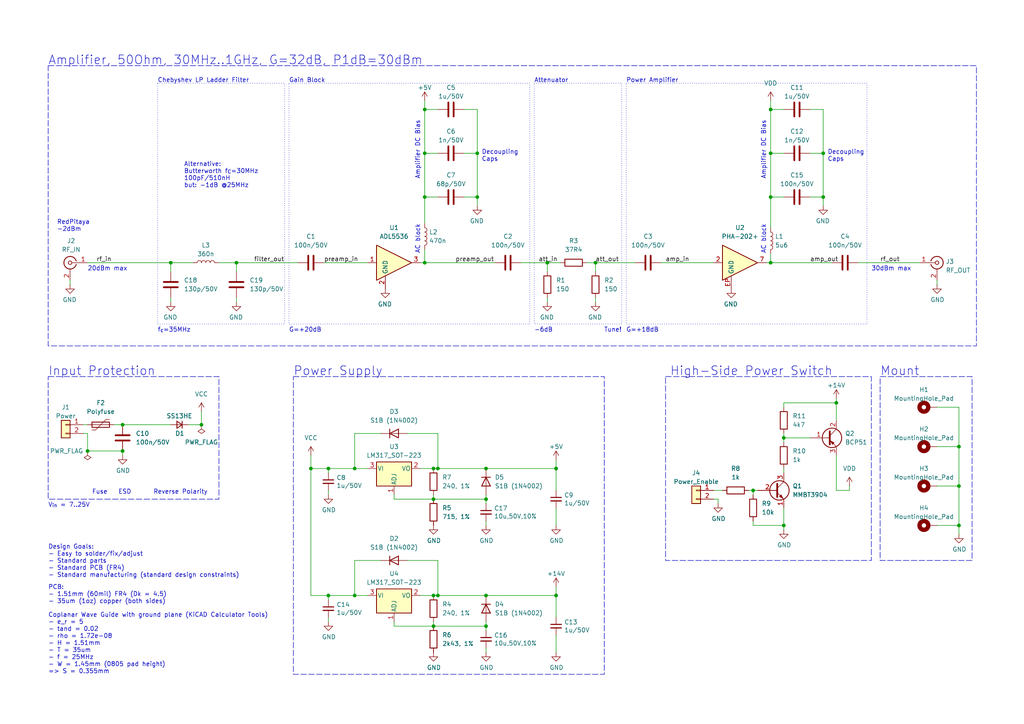
<source format=kicad_sch>
(kicad_sch (version 20230121) (generator eeschema)
  (paper "A4")
  (title_block (title "RF Power Amplifier") (date "2023-06-23") (rev "1") (company "ETH Zürich") (comment 1 "Maximilian Stabel"))
  (lib_symbols
    (symbol "Connector:Conn_Coaxial" (pin_names (offset 1.016) hide)
      (property "Reference" "J" (at 0.254 3.048 0))
      (property "Value" "Conn_Coaxial" (at 2.921 0 90))
      (symbol "Conn_Coaxial_0_1"
        (arc (start -1.778 -0.508) (mid 0.2311 -1.8066) (end 1.778 0) (stroke (width 0.254)))
        (polyline (pts (xy -2.54 0) (xy -0.508 0)))
        (polyline (pts (xy 0 -2.54) (xy 0 -1.778)))
        (circle (center 0 0) (radius 0.508) (stroke (width 0.2032)))
        (arc (start 1.778 0) (mid 0.2099 1.8101) (end -1.778 0.508) (stroke (width 0.254)))
      )
      (symbol "Conn_Coaxial_1_1"
        (pin passive line (at -5.08 0 0) (length 2.54) (name "In") (number "1"))
        (pin passive line (at 0 -5.08 90) (length 2.54) (name "Ext") (number "2"))
      )
    )
    (symbol "Connector_Generic:Conn_01x02" (pin_names (offset 1.016) hide)
      (property "Reference" "J" (at 0 2.54 0))
      (property "Value" "Conn_01x02" (at 0 -5.08 0))
      (symbol "Conn_01x02_1_1"
        (rectangle (start -1.27 -2.413) (end 0 -2.667) (stroke (width 0.1524)))
        (rectangle (start -1.27 0.127) (end 0 -0.127) (stroke (width 0.1524)))
        (rectangle (start -1.27 1.27) (end 1.27 -3.81) (stroke (width 0.254)) (fill (type background)))
        (pin passive line (at -5.08 0 0) (length 3.81) (name "Pin_1") (number "1"))
        (pin passive line (at -5.08 -2.54 0) (length 3.81) (name "Pin_2") (number "2"))
      )
    )
    (symbol "Device:C" (pin_numbers hide) (pin_names (offset 0.254))
      (property "Reference" "C" (at 0.635 2.54 0))
      (property "Value" "C" (at 0.635 -2.54 0))
      (symbol "C_0_1"
        (polyline (pts (xy -2.032 -0.762) (xy 2.032 -0.762)) (stroke (width 0.508)))
        (polyline (pts (xy -2.032 0.762) (xy 2.032 0.762)) (stroke (width 0.508)))
      )
      (symbol "C_1_1"
        (pin passive line (at 0 3.81 270) (length 2.794) (name "~") (number "1"))
        (pin passive line (at 0 -3.81 90) (length 2.794) (name "~") (number "2"))
      )
    )
    (symbol "Device:C_Small" (pin_numbers hide) (pin_names (offset 0.254) hide)
      (property "Reference" "C" (at 0.254 1.778 0))
      (property "Value" "C_Small" (at 0.254 -2.032 0))
      (symbol "C_Small_0_1"
        (polyline (pts (xy -1.524 -0.508) (xy 1.524 -0.508)) (stroke (width 0.3302)))
        (polyline (pts (xy -1.524 0.508) (xy 1.524 0.508)) (stroke (width 0.3048)))
      )
      (symbol "C_Small_1_1"
        (pin passive line (at 0 2.54 270) (length 2.032) (name "~") (number "1"))
        (pin passive line (at 0 -2.54 90) (length 2.032) (name "~") (number "2"))
      )
    )
    (symbol "Device:D_Small" (pin_numbers hide) (pin_names (offset 0.254) hide)
      (property "Reference" "D" (at -1.27 2.032 0))
      (property "Value" "D_Small" (at -3.81 -2.032 0))
      (symbol "D_Small_0_1"
        (polyline (pts (xy -0.762 -1.016) (xy -0.762 1.016)) (stroke (width 0.254)))
        (polyline (pts (xy -0.762 0) (xy 0.762 0)))
        (polyline (pts (xy 0.762 -1.016) (xy -0.762 0) (xy 0.762 1.016) (xy 0.762 -1.016)) (stroke (width 0.254)))
      )
      (symbol "D_Small_1_1"
        (pin passive line (at -2.54 0 0) (length 1.778) (name "K") (number "1"))
        (pin passive line (at 2.54 0 180) (length 1.778) (name "A") (number "2"))
      )
    )
    (symbol "Device:L" (pin_numbers hide) (pin_names (offset 1.016) hide)
      (property "Reference" "L" (at -1.27 0 90))
      (property "Value" "L" (at 1.905 0 90))
      (symbol "L_0_1"
        (arc (start 0 -2.54) (mid 0.6323 -1.905) (end 0 -1.27))
        (arc (start 0 -1.27) (mid 0.6323 -0.635) (end 0 0))
        (arc (start 0 0) (mid 0.6323 0.635) (end 0 1.27))
        (arc (start 0 1.27) (mid 0.6323 1.905) (end 0 2.54))
      )
      (symbol "L_1_1"
        (pin passive line (at 0 3.81 270) (length 1.27) (name "1") (number "1"))
        (pin passive line (at 0 -3.81 90) (length 1.27) (name "2") (number "2"))
      )
    )
    (symbol "Device:Polyfuse" (pin_numbers hide) (pin_names (offset 0))
      (property "Reference" "F" (at -2.54 0 90))
      (property "Value" "Polyfuse" (at 2.54 0 90))
      (symbol "Polyfuse_0_1"
        (rectangle (start -0.762 2.54) (end 0.762 -2.54) (stroke (width 0.254)))
        (polyline (pts (xy 0 2.54) (xy 0 -2.54)))
        (polyline (pts (xy -1.524 2.54) (xy -1.524 1.524) (xy 1.524 -1.524) (xy 1.524 -2.54)))
      )
      (symbol "Polyfuse_1_1"
        (pin passive line (at 0 3.81 270) (length 1.27) (name "~") (number "1"))
        (pin passive line (at 0 -3.81 90) (length 1.27) (name "~") (number "2"))
      )
    )
    (symbol "Device:R" (pin_numbers hide) (pin_names (offset 0))
      (property "Reference" "R" (at 2.032 0 90))
      (property "Value" "R" (at 0 0 90))
      (symbol "R_0_1"
        (rectangle (start -1.016 -2.54) (end 1.016 2.54) (stroke (width 0.254)))
      )
      (symbol "R_1_1"
        (pin passive line (at 0 3.81 270) (length 1.27) (name "~") (number "1"))
        (pin passive line (at 0 -3.81 90) (length 1.27) (name "~") (number "2"))
      )
    )
    (symbol "Diode:US1B" (pin_numbers hide) (pin_names hide)
      (property "Reference" "D" (at 0 2.54 0))
      (property "Value" "US1B" (at 0 -2.54 0))
      (symbol "US1B_0_1"
        (polyline (pts (xy -1.27 1.27) (xy -1.27 -1.27)) (stroke (width 0.254)))
        (polyline (pts (xy 1.27 0) (xy -1.27 0)))
        (polyline (pts (xy 1.27 1.27) (xy 1.27 -1.27) (xy -1.27 0) (xy 1.27 1.27)) (stroke (width 0.254)))
      )
      (symbol "US1B_1_1"
        (pin passive line (at -3.81 0 0) (length 2.54) (name "K") (number "1"))
        (pin passive line (at 3.81 0 180) (length 2.54) (name "A") (number "2"))
      )
    )
    (symbol "Mechanical:MountingHole_Pad" (pin_numbers hide) (pin_names (offset 1.016) hide)
      (property "Reference" "H" (at 0 6.35 0))
      (property "Value" "MountingHole_Pad" (at 0 4.445 0))
      (symbol "MountingHole_Pad_0_1"
        (circle (center 0 1.27) (radius 1.27) (stroke (width 1.27)))
      )
      (symbol "MountingHole_Pad_1_1"
        (pin input line (at 0 -2.54 90) (length 2.54) (name "1") (number "1"))
      )
    )
    (symbol "Regulator_Linear:LM317_SOT-223" (pin_names (offset 0.254))
      (property "Reference" "U" (at -3.81 3.175 0))
      (property "Value" "LM317_SOT-223" (at 0 3.175 0))
      (symbol "LM317_SOT-223_0_1"
        (rectangle (start -5.08 1.905) (end 5.08 -5.08) (stroke (width 0.254)) (fill (type background)))
      )
      (symbol "LM317_SOT-223_1_1"
        (pin input line (at 0 -7.62 90) (length 2.54) (name "ADJ") (number "1"))
        (pin power_out line (at 7.62 0 180) (length 2.54) (name "VO") (number "2"))
        (pin power_in line (at -7.62 0 0) (length 2.54) (name "VI") (number "3"))
      )
    )
    (symbol "Transistor_BJT:2N3904" (pin_names (offset 0) hide)
      (property "Reference" "Q" (at 5.08 1.905 0))
      (property "Value" "2N3904" (at 5.08 0 0))
      (symbol "2N3904_0_1"
        (polyline (pts (xy 0.635 0.635) (xy 2.54 2.54)))
        (polyline (pts (xy 0.635 -0.635) (xy 2.54 -2.54) (xy 2.54 -2.54)))
        (polyline (pts (xy 0.635 1.905) (xy 0.635 -1.905) (xy 0.635 -1.905)) (stroke (width 0.508)))
        (polyline (pts (xy 1.27 -1.778) (xy 1.778 -1.27) (xy 2.286 -2.286) (xy 1.27 -1.778) (xy 1.27 -1.778)) (fill (type outline)))
        (circle (center 1.27 0) (radius 2.8194) (stroke (width 0.254)))
      )
      (symbol "2N3904_1_1"
        (pin passive line (at 2.54 -5.08 90) (length 2.54) (name "E") (number "1"))
        (pin passive line (at -5.08 0 0) (length 5.715) (name "B") (number "2"))
        (pin passive line (at 2.54 5.08 270) (length 2.54) (name "C") (number "3"))
      )
    )
    (symbol "Transistor_BJT:BCP51" (pin_names (offset 0) hide)
      (property "Reference" "Q" (at 5.08 1.905 0))
      (property "Value" "BCP51" (at 5.08 0 0))
      (symbol "BCP51_0_1"
        (polyline (pts (xy 0 0) (xy 0.635 0)))
        (polyline (pts (xy 2.54 -2.54) (xy 0.635 -0.635)))
        (polyline (pts (xy 2.54 2.54) (xy 0.635 0.635)))
        (polyline (pts (xy 0.635 1.905) (xy 0.635 -1.905) (xy 0.635 -1.905)) (stroke (width 0.508)) (fill (type outline)))
        (polyline (pts (xy 1.397 -1.905) (xy 1.905 -1.397) (xy 0.889 -0.889) (xy 1.397 -1.905) (xy 1.397 -1.905)) (fill (type outline)))
        (circle (center 1.27 0) (radius 2.8194) (stroke (width 0.254)))
      )
      (symbol "BCP51_1_1"
        (pin input line (at -5.08 0 0) (length 5.08) (name "B") (number "1"))
        (pin passive line (at 2.54 5.08 270) (length 2.54) (name "C") (number "2"))
        (pin passive line (at 2.54 -5.08 90) (length 2.54) (name "E") (number "3"))
      )
    )
    (symbol "VCC_1" (power) (pin_names (offset 0))
      (property "Value" "VCC_1" (at 0 3.81 0))
      (symbol "VCC_1_0_1"
        (polyline (pts (xy -0.762 1.27) (xy 0 2.54)))
        (polyline (pts (xy 0 0) (xy 0 2.54)))
        (polyline (pts (xy 0 2.54) (xy 0.762 1.27)))
      )
      (symbol "VCC_1_1_1"
        (pin power_in line (at 0 0 90) (length 0) hide (name "VCC") (number "1"))
      )
    )
    (symbol "power:+5V" (power) (pin_names (offset 0))
      (property "Value" "+5V" (at 0 3.556 0))
      (symbol "+5V_0_1"
        (polyline (pts (xy -0.762 1.27) (xy 0 2.54)))
        (polyline (pts (xy 0 0) (xy 0 2.54)))
        (polyline (pts (xy 0 2.54) (xy 0.762 1.27)))
      )
      (symbol "+5V_1_1"
        (pin power_in line (at 0 0 90) (length 0) hide (name "+5V") (number "1"))
      )
    )
    (symbol "power:GND" (power) (pin_names (offset 0))
      (property "Value" "GND" (at 0 -3.81 0))
      (symbol "GND_0_1"
        (polyline (pts (xy 0 0) (xy 0 -1.27) (xy 1.27 -1.27) (xy 0 -2.54) (xy -1.27 -1.27) (xy 0 -1.27)))
      )
      (symbol "GND_1_1"
        (pin power_in line (at 0 0 270) (length 0) hide (name "GND") (number "1"))
      )
    )
    (symbol "power:PWR_FLAG" (power) (pin_numbers hide) (pin_names (offset 0) hide)
      (property "Value" "PWR_FLAG" (at 0 3.81 0))
      (symbol "PWR_FLAG_0_0"
        (pin power_out line (at 0 0 90) (length 0) (name "pwr") (number "1"))
      )
      (symbol "PWR_FLAG_0_1"
        (polyline (pts (xy 0 0) (xy 0 1.27) (xy -1.016 1.905) (xy 0 2.54) (xy 1.016 1.905) (xy 0 1.27)))
      )
    )
    (symbol "power:VDD" (power) (pin_names (offset 0))
      (property "Value" "VDD" (at 0 3.81 0))
      (symbol "VDD_0_1"
        (polyline (pts (xy -0.762 1.27) (xy 0 2.54)))
        (polyline (pts (xy 0 0) (xy 0 2.54)))
        (polyline (pts (xy 0 2.54) (xy 0.762 1.27)))
      )
      (symbol "VDD_1_1"
        (pin power_in line (at 0 0 90) (length 0) hide (name "VDD") (number "1"))
      )
    )
    (symbol "poweramp:+14V" (power) (pin_names (offset 0))
      (property "Value" "+14V" (at 0 3.556 0))
      (symbol "+14V_0_1"
        (polyline (pts (xy -0.762 1.27) (xy 0 2.54)))
        (polyline (pts (xy 0 0) (xy 0 2.54)))
        (polyline (pts (xy 0 2.54) (xy 0.762 1.27)))
      )
      (symbol "+14V_1_1"
        (pin power_in line (at 0 0 90) (length 0) hide (name "+14V") (number "1"))
      )
    )
    (symbol "poweramp:ADL5536"
      (property "Reference" "U" (at -1.27 7.62 0))
      (property "Value" "ADL5536" (at 2.54 5.08 0))
      (symbol "ADL5536_0_1"
        (polyline (pts (xy 5.08 0) (xy -5.08 5.08) (xy -5.08 -5.08) (xy 5.08 0)) (stroke (width 0.254)) (fill (type background)))
      )
      (symbol "ADL5536_1_1"
        (pin input line (at -7.62 0 0) (length 2.54) (name "~") (number "1"))
        (pin power_in line (at -2.54 -7.62 90) (length 3.81) (name "GND") (number "2"))
        (pin output line (at 7.62 0 180) (length 2.54) (name "~") (number "3"))
      )
    )
    (symbol "poweramp:PHA-202"
      (property "Reference" "U" (at -1.27 7.62 0))
      (property "Value" "PHA-202" (at 2.54 5.08 0))
      (symbol "PHA-202_0_1"
        (polyline (pts (xy 5.08 0) (xy -5.08 5.08) (xy -5.08 -5.08) (xy 5.08 0)) (stroke (width 0.254)) (fill (type background)))
      )
      (symbol "PHA-202_1_1"
        (pin passive line (at -2.54 -7.62 90) (length 2.54) hide (name "EP") (number "1"))
        (pin input line (at -7.62 0 0) (length 2.54) (name "~") (number "2"))
        (pin passive line (at -2.54 -7.62 90) (length 2.54) hide (name "EP") (number "3"))
        (pin passive line (at -2.54 -7.62 90) (length 2.54) hide (name "EP") (number "4"))
        (pin passive line (at -2.54 -7.62 90) (length 2.54) hide (name "EP") (number "5"))
        (pin passive line (at -2.54 -7.62 90) (length 2.54) hide (name "EP") (number "6"))
        (pin output line (at 7.62 0 180) (length 2.54) (name "~") (number "7"))
        (pin passive line (at -2.54 -7.62 90) (length 2.54) hide (name "EP") (number "8"))
        (pin power_in line (at -2.54 -7.62 90) (length 3.81) (name "GND") (number "EP"))
      )
    )
  )
  (junction (at 102.87 172.72))
  (junction (at 140.97 135.89))
  (junction (at 278.13 129.54))
  (junction (at 138.43 57.15))
  (junction (at 158.75 76.2))
  (junction (at 127 135.89))
  (junction (at 223.52 44.45))
  (junction (at 35.56 130.81))
  (junction (at 123.19 31.75))
  (junction (at 49.53 76.2))
  (junction (at 223.52 31.75))
  (junction (at 102.87 135.89))
  (junction (at 25.4 130.81))
  (junction (at 140.97 144.78))
  (junction (at 123.19 44.45))
  (junction (at 125.73 144.78))
  (junction (at 125.73 172.72))
  (junction (at 238.76 44.45))
  (junction (at 125.73 135.89))
  (junction (at 161.29 172.72))
  (junction (at 172.72 76.2))
  (junction (at 138.43 44.45))
  (junction (at 223.52 76.2))
  (junction (at 127 172.72))
  (junction (at 95.25 172.72))
  (junction (at 140.97 172.72))
  (junction (at 161.29 135.89))
  (junction (at 140.97 181.61))
  (junction (at 68.58 76.2))
  (junction (at 227.33 152.4))
  (junction (at 123.19 57.15))
  (junction (at 90.17 135.89))
  (junction (at 223.52 57.15))
  (junction (at 227.33 127))
  (junction (at 95.25 135.89))
  (junction (at 242.57 116.84))
  (junction (at 35.56 123.19))
  (junction (at 238.76 57.15))
  (junction (at 218.44 142.24))
  (junction (at 123.19 76.2))
  (junction (at 278.13 140.97))
  (junction (at 278.13 152.4))
  (junction (at 125.73 181.61))
  (junction (at 58.42 123.19))
  (wire (pts (xy 238.76 31.75) (xy 234.95 31.75)))
  (wire (pts (xy 63.5 76.2) (xy 68.58 76.2)))
  (wire (pts (xy 95.25 173.99) (xy 95.25 172.72)))
  (wire (pts (xy 123.19 72.39) (xy 123.19 76.2)))
  (wire (pts (xy 223.52 44.45) (xy 223.52 57.15)))
  (wire (pts (xy 242.57 115.57) (xy 242.57 116.84)))
  (wire (pts (xy 125.73 172.72) (xy 127 172.72)))
  (wire (pts (xy 140.97 181.61) (xy 140.97 180.34)))
  (wire (pts (xy 158.75 76.2) (xy 158.75 78.74)))
  (wire (pts (xy 161.29 172.72) (xy 161.29 179.07)))
  (wire (pts (xy 49.53 76.2) (xy 49.53 78.74)))
  (wire (pts (xy 161.29 152.4) (xy 161.29 147.32)))
  (wire (pts (xy 278.13 152.4) (xy 278.13 154.94)))
  (wire (pts (xy 172.72 76.2) (xy 184.15 76.2)))
  (wire (pts (xy 218.44 143.51) (xy 218.44 142.24)))
  (wire (pts (xy 127 172.72) (xy 140.97 172.72)))
  (wire (pts (xy 223.52 29.21) (xy 223.52 31.75)))
  (wire (pts (xy 207.01 144.78) (xy 208.28 144.78)))
  (wire (pts (xy 123.19 76.2) (xy 143.51 76.2)))
  (wire (pts (xy 161.29 189.23) (xy 161.29 184.15)))
  (wire (pts (xy 223.52 57.15) (xy 223.52 66.04)))
  (wire (pts (xy 238.76 44.45) (xy 234.95 44.45)))
  (wire (pts (xy 151.13 76.2) (xy 158.75 76.2)))
  (wire (pts (xy 140.97 144.78) (xy 140.97 146.05)))
  (wire (pts (xy 227.33 127) (xy 234.95 127)))
  (wire (pts (xy 227.33 135.89) (xy 227.33 137.16)))
  (wire (pts (xy 125.73 181.61) (xy 140.97 181.61)))
  (wire (pts (xy 223.52 57.15) (xy 227.33 57.15)))
  (wire (pts (xy 114.3 181.61) (xy 125.73 181.61)))
  (wire (pts (xy 208.28 144.78) (xy 208.28 146.05)))
  (wire (pts (xy 121.92 172.72) (xy 125.73 172.72)))
  (wire (pts (xy 238.76 44.45) (xy 238.76 31.75)))
  (wire (pts (xy 95.25 180.34) (xy 95.25 179.07)))
  (wire (pts (xy 25.4 125.73) (xy 24.13 125.73)))
  (wire (pts (xy 223.52 76.2) (xy 223.52 73.66)))
  (wire (pts (xy 218.44 142.24) (xy 219.71 142.24)))
  (wire (pts (xy 110.49 162.56) (xy 102.87 162.56)))
  (wire (pts (xy 134.62 57.15) (xy 138.43 57.15)))
  (wire (pts (xy 102.87 172.72) (xy 106.68 172.72)))
  (wire (pts (xy 24.13 123.19) (xy 25.4 123.19)))
  (wire (pts (xy 227.33 152.4) (xy 227.33 147.32)))
  (wire (pts (xy 102.87 125.73) (xy 102.87 135.89)))
  (wire (pts (xy 218.44 142.24) (xy 217.17 142.24)))
  (wire (pts (xy 140.97 135.89) (xy 161.29 135.89)))
  (wire (pts (xy 114.3 144.78) (xy 114.3 143.51)))
  (wire (pts (xy 68.58 86.36) (xy 68.58 87.63)))
  (wire (pts (xy 127 135.89) (xy 140.97 135.89)))
  (wire (pts (xy 191.77 76.2) (xy 207.01 76.2)))
  (wire (pts (xy 161.29 142.24) (xy 161.29 135.89)))
  (wire (pts (xy 118.11 162.56) (xy 127 162.56)))
  (wire (pts (xy 271.78 152.4) (xy 278.13 152.4)))
  (wire (pts (xy 170.18 76.2) (xy 172.72 76.2)))
  (wire (pts (xy 242.57 142.24) (xy 246.38 142.24)))
  (wire (pts (xy 242.57 116.84) (xy 242.57 121.92)))
  (wire (pts (xy 110.49 125.73) (xy 102.87 125.73)))
  (wire (pts (xy 35.56 132.08) (xy 35.56 130.81)))
  (wire (pts (xy 127 125.73) (xy 127 135.89)))
  (wire (pts (xy 222.25 76.2) (xy 223.52 76.2)))
  (wire (pts (xy 114.3 144.78) (xy 125.73 144.78)))
  (wire (pts (xy 106.68 76.2) (xy 93.98 76.2)))
  (wire (pts (xy 95.25 135.89) (xy 102.87 135.89)))
  (wire (pts (xy 271.78 81.28) (xy 271.78 82.55)))
  (wire (pts (xy 35.56 123.19) (xy 49.53 123.19)))
  (wire (pts (xy 138.43 31.75) (xy 134.62 31.75)))
  (wire (pts (xy 102.87 135.89) (xy 106.68 135.89)))
  (wire (pts (xy 278.13 140.97) (xy 278.13 152.4)))
  (wire (pts (xy 90.17 135.89) (xy 90.17 172.72)))
  (wire (pts (xy 123.19 44.45) (xy 127 44.45)))
  (wire (pts (xy 123.19 31.75) (xy 123.19 44.45)))
  (wire (pts (xy 158.75 86.36) (xy 158.75 87.63)))
  (wire (pts (xy 140.97 187.96) (xy 140.97 189.23)))
  (wire (pts (xy 271.78 140.97) (xy 278.13 140.97)))
  (wire (pts (xy 172.72 76.2) (xy 172.72 78.74)))
  (wire (pts (xy 271.78 118.11) (xy 278.13 118.11)))
  (wire (pts (xy 121.92 135.89) (xy 125.73 135.89)))
  (wire (pts (xy 125.73 181.61) (xy 125.73 180.34)))
  (wire (pts (xy 90.17 132.08) (xy 90.17 135.89)))
  (wire (pts (xy 227.33 125.73) (xy 227.33 127)))
  (wire (pts (xy 127 162.56) (xy 127 172.72)))
  (wire (pts (xy 223.52 31.75) (xy 223.52 44.45)))
  (wire (pts (xy 227.33 118.11) (xy 227.33 116.84)))
  (wire (pts (xy 25.4 125.73) (xy 25.4 130.81)))
  (wire (pts (xy 33.02 123.19) (xy 35.56 123.19)))
  (wire (pts (xy 227.33 116.84) (xy 242.57 116.84)))
  (wire (pts (xy 278.13 118.11) (xy 278.13 129.54)))
  (wire (pts (xy 223.52 76.2) (xy 241.3 76.2)))
  (wire (pts (xy 227.33 153.67) (xy 227.33 152.4)))
  (wire (pts (xy 207.01 142.24) (xy 209.55 142.24)))
  (wire (pts (xy 234.95 57.15) (xy 238.76 57.15)))
  (wire (pts (xy 123.19 57.15) (xy 127 57.15)))
  (wire (pts (xy 218.44 151.13) (xy 218.44 152.4)))
  (wire (pts (xy 158.75 76.2) (xy 162.56 76.2)))
  (wire (pts (xy 123.19 44.45) (xy 123.19 57.15)))
  (wire (pts (xy 140.97 144.78) (xy 140.97 143.51)))
  (wire (pts (xy 125.73 135.89) (xy 127 135.89)))
  (wire (pts (xy 125.73 143.51) (xy 125.73 144.78)))
  (wire (pts (xy 242.57 132.08) (xy 242.57 142.24)))
  (wire (pts (xy 238.76 44.45) (xy 238.76 57.15)))
  (wire (pts (xy 68.58 76.2) (xy 86.36 76.2)))
  (wire (pts (xy 223.52 31.75) (xy 227.33 31.75)))
  (wire (pts (xy 95.25 137.16) (xy 95.25 135.89)))
  (wire (pts (xy 223.52 44.45) (xy 227.33 44.45)))
  (wire (pts (xy 95.25 172.72) (xy 102.87 172.72)))
  (wire (pts (xy 125.73 144.78) (xy 140.97 144.78)))
  (wire (pts (xy 248.92 76.2) (xy 266.7 76.2)))
  (wire (pts (xy 138.43 44.45) (xy 134.62 44.45)))
  (wire (pts (xy 227.33 127) (xy 227.33 128.27)))
  (wire (pts (xy 49.53 86.36) (xy 49.53 87.63)))
  (wire (pts (xy 271.78 129.54) (xy 278.13 129.54)))
  (wire (pts (xy 95.25 143.51) (xy 95.25 142.24)))
  (wire (pts (xy 140.97 172.72) (xy 161.29 172.72)))
  (wire (pts (xy 123.19 57.15) (xy 123.19 64.77)))
  (wire (pts (xy 278.13 129.54) (xy 278.13 140.97)))
  (wire (pts (xy 138.43 57.15) (xy 138.43 59.69)))
  (wire (pts (xy 68.58 76.2) (xy 68.58 78.74)))
  (wire (pts (xy 25.4 76.2) (xy 49.53 76.2)))
  (wire (pts (xy 172.72 86.36) (xy 172.72 87.63)))
  (wire (pts (xy 90.17 172.72) (xy 95.25 172.72)))
  (wire (pts (xy 246.38 140.97) (xy 246.38 142.24)))
  (wire (pts (xy 90.17 135.89) (xy 95.25 135.89)))
  (wire (pts (xy 123.19 31.75) (xy 127 31.75)))
  (wire (pts (xy 218.44 152.4) (xy 227.33 152.4)))
  (wire (pts (xy 138.43 44.45) (xy 138.43 57.15)))
  (wire (pts (xy 138.43 44.45) (xy 138.43 31.75)))
  (wire (pts (xy 140.97 151.13) (xy 140.97 152.4)))
  (wire (pts (xy 118.11 125.73) (xy 127 125.73)))
  (wire (pts (xy 58.42 119.38) (xy 58.42 123.19)))
  (wire (pts (xy 54.61 123.19) (xy 58.42 123.19)))
  (wire (pts (xy 25.4 130.81) (xy 35.56 130.81)))
  (wire (pts (xy 140.97 181.61) (xy 140.97 182.88)))
  (wire (pts (xy 161.29 170.18) (xy 161.29 172.72)))
  (wire (pts (xy 121.92 76.2) (xy 123.19 76.2)))
  (wire (pts (xy 20.32 81.28) (xy 20.32 82.55)))
  (wire (pts (xy 161.29 133.35) (xy 161.29 135.89)))
  (wire (pts (xy 102.87 162.56) (xy 102.87 172.72)))
  (wire (pts (xy 114.3 181.61) (xy 114.3 180.34)))
  (wire (pts (xy 238.76 57.15) (xy 238.76 59.69)))
  (wire (pts (xy 123.19 29.21) (xy 123.19 31.75)))
  (wire (pts (xy 49.53 76.2) (xy 55.88 76.2)))
  (rectangle (start 181.61 24.13) (end 251.46 93.98) (stroke (width 0) (type dot)))
  (rectangle (start 45.72 24.13) (end 82.55 93.98) (stroke (width 0) (type dot)))
  (rectangle (start 13.97 19.05) (end 283.21 100.33) (stroke (width 0) (type dash)))
  (rectangle (start 83.82 24.13) (end 153.67 93.98) (stroke (width 0) (type dot)))
  (rectangle (start 13.97 109.22) (end 63.5 144.78) (stroke (width 0) (type dash)))
  (rectangle (start 154.94 24.13) (end 180.34 93.98) (stroke (width 0) (type dot)))
  (rectangle (start 85.09 109.22) (end 175.26 195.58) (stroke (width 0) (type dash)))
  (rectangle (start 255.27 109.22) (end 281.94 162.56) (stroke (width 0) (type dash)))
  (rectangle (start 193.04 109.22) (end 252.73 162.56) (stroke (width 0) (type dash)))
  (text "Fuse" (at 26.67 143.51 0) (effects (font (size 1.27 1.27)) (justify left bottom)))
  (text "Amplifier DC Bias" (at 222.25 52.07 90) (effects (font (size 1.27 1.27)) (justify left bottom)))
  (text "f_{c}=35MHz " (at 45.72 96.52 0) (effects (font (size 1.27 1.27)) (justify left bottom)))
  (text "Design Goals:\n- Easy to solder/fix/adjust\n- Standard parts\n- Standard PCB (FR4)\n- Standard manufacturing (standard design constraints)" (at 13.97 167.64 0) (effects (font (size 1.27 1.27)) (justify left bottom)))
  (text "AC block" (at 121.92 73.66 90) (effects (font (size 1.27 1.27)) (justify left bottom)))
  (text "G=+18dB" (at 181.61 96.52 0) (effects (font (size 1.27 1.27)) (justify left bottom)))
  (text "Power Amplifier" (at 181.61 24.13 0) (effects (font (size 1.27 1.27)) (justify left bottom)))
  (text "RedPitaya\n-2dBm" (at 16.51 67.31 0) (effects (font (size 1.27 1.27)) (justify left bottom)))
  (text "Gain Block" (at 83.82 24.13 0) (effects (font (size 1.27 1.27)) (justify left bottom)))
  (text "Coplanar Wave Guide with ground plane (KiCAD Calculator Tools)\n- e_r = 5\n- tand = 0.02\n- rho = 1.72e-08\n- H = 1.51mm\n- T = 35um\n- f = 25MHz\n- W = 1.45mm (0805 pad height)\n=> S = 0.355mm" (at 13.97 195.58 0) (effects (font (size 1.27 1.27)) (justify left bottom)))
  (text "Amplifier, 50Ohm, 30MHz..1GHz, G=32dB, P1dB=30dBm" (at 13.97 19.05 0) (effects (font (size 2.54 2.54)) (justify left bottom)))
  (text "Decoupling\nCaps" (at 139.7 46.99 0) (effects (font (size 1.27 1.27)) (justify left bottom)))
  (text "AC block" (at 222.25 73.66 90) (effects (font (size 1.27 1.27)) (justify left bottom)))
  (text "Alternative:\nButterworth f_{C}=30MHz\n100pF/510nH\nbut: -1dB @25MHz" (at 53.34 54.61 0) (effects (font (size 1.27 1.27)) (justify left bottom)))
  (text "-6dB" (at 154.94 96.52 0) (effects (font (size 1.27 1.27)) (justify left bottom)))
  (text "PCB:\n- 1.51mm (60mil) FR4 (Dk = 4.5)\n- 35um (1oz) copper (both sides)" (at 13.97 175.26 0) (effects (font (size 1.27 1.27)) (justify left bottom)))
  (text "Tune!" (at 180.34 96.52 0) (effects (font (size 1.27 1.27)) (justify right bottom)))
  (text "Input Protection" (at 13.97 109.22 0) (effects (font (size 2.54 2.54)) (justify left bottom)))
  (text "Attenuator" (at 154.94 24.13 0) (effects (font (size 1.27 1.27)) (justify left bottom)))
  (text "ESD" (at 34.29 143.51 0) (effects (font (size 1.27 1.27)) (justify left bottom)))
  (text "Reverse Polarity" (at 44.45 143.51 0) (effects (font (size 1.27 1.27)) (justify left bottom)))
  (text "V_{in} = 7..25V" (at 13.97 147.32 0) (effects (font (size 1.27 1.27)) (justify left bottom)))
  (text "Power Supply" (at 85.09 109.22 0) (effects (font (size 2.54 2.54)) (justify left bottom)))
  (text "High-Side Power Switch" (at 194.31 109.22 0) (effects (font (size 2.54 2.54)) (justify left bottom)))
  (text "30dBm max" (at 252.73 78.74 0) (effects (font (size 1.27 1.27)) (justify left bottom)))
  (text "Chebyshev LP Ladder Filter" (at 45.72 24.13 0) (effects (font (size 1.27 1.27)) (justify left bottom)))
  (text "Decoupling\nCaps" (at 240.03 46.99 0) (effects (font (size 1.27 1.27)) (justify left bottom)))
  (text "20dBm max" (at 25.4 78.74 0) (effects (font (size 1.27 1.27)) (justify left bottom)))
  (text "Mount" (at 255.27 109.22 0) (effects (font (size 2.54 2.54)) (justify left bottom)))
  (text "Amplifier DC Bias" (at 121.92 52.07 90) (effects (font (size 1.27 1.27)) (justify left bottom)))
  (text "G=+20dB" (at 83.82 96.52 0) (effects (font (size 1.27 1.27)) (justify left bottom)))
  (label "preamp_out" (at 132.08 76.2 0))
  (label "amp_in" (at 193.04 76.2 0))
  (label "att_out" (at 172.72 76.2 0))
  (label "amp_out" (at 234.95 76.2 0))
  (label "att_in" (at 156.21 76.2 0))
  (label "rf_out" (at 255.27 76.2 0))
  (label "preamp_in" (at 93.98 76.2 0))
  (label "filter_out" (at 73.66 76.2 0))
  (label "rf_in" (at 27.94 76.2 0))
  (symbol (lib_id "Device:R") (at 227.33 132.08 180) (unit 1)
    (property "Reference" "R10" (at 229.87 130.81 0) (effects (justify right)))
    (property "Value" "1k" (at 229.87 133.35 0) (effects (justify right)))
    (property "Footprint" "Resistor_SMD:R_0805_2012Metric" (effects hide))
    (property "Datasheet" "https://www.mouser.ch/datasheet/2/418/7/ENG_CD_1623131_BA-2014278.pdf" (effects hide))
    (property "MPN" "1623131-1" (effects hide))
    (property "Mouser" "279-1623131-1" (effects hide))
  )
  (symbol (lib_id "power:GND") (at 138.43 59.69 0) (mirror y) (unit 1)
    (property "Reference" "#PWR012" (effects hide))
    (property "Value" "GND" (at 138.303 64.0842 0))
  )
  (symbol (lib_id "power:GND") (at 161.29 152.4 0) (unit 1)
    (property "Reference" "#PWR06" (effects hide))
    (property "Value" "GND" (at 161.417 156.7942 0))
  )
  (symbol (lib_id "Diode:US1B") (at 114.3 125.73 0) (unit 1)
    (property "Reference" "D3" (at 114.3 119.38 0))
    (property "Value" "S1B (1N4002)" (at 114.3 121.92 0))
    (property "Footprint" "Diode_SMD:D_SMA" (effects hide))
    (property "Datasheet" "https://eu.mouser.com/datasheet/2/115/DIOD_S_A0007810797_1-2542915.pdf" (effects hide))
    (property "Sim.Device" "D" (effects hide))
    (property "Sim.Pins" "1=K 2=A" (effects hide))
    (property "MPN" "S1B-13-F " (effects hide))
    (property "Mouser" "621-S1B-F " (effects hide))
  )
  (symbol (lib_id "Regulator_Linear:LM317_SOT-223") (at 114.3 135.89 0) (unit 1)
    (property "Reference" "U3" (at 114.3 129.54 0))
    (property "Value" "LM317_SOT-223" (at 114.3 132.08 0))
    (property "Footprint" "Package_TO_SOT_SMD:SOT-223-3_TabPin2" (effects hide))
    (property "Datasheet" "http://www.ti.com/lit/ds/symlink/lm317.pdf" (effects hide))
    (property "MPN" "LM317MQDCYR" (effects hide))
    (property "Mouser" "595-LM317MQDCYR" (effects hide))
  )
  (symbol (lib_id "Connector:Conn_Coaxial") (at 271.78 76.2 0) (unit 1)
    (property "Reference" "J3" (at 274.32 75.8582 0) (effects (justify left)))
    (property "Value" "RF_OUT" (at 274.32 78.3982 0) (effects (justify left)))
    (property "Footprint" "Connector_Coaxial:SMA_Molex_73251-1153_EdgeMount_Horizontal" (effects hide))
    (property "Datasheet" "https://www.farnell.com/datasheets/2048997.pdf" (effects hide))
    (property "MPN" "142-0701-851" (effects hide))
    (property "Mouser" "530-142-0701-851 " (effects hide))
  )
  (symbol (lib_id "power:GND") (at 20.32 82.55 0) (mirror y) (unit 1)
    (property "Reference" "#PWR08" (effects hide))
    (property "Value" "GND" (at 20.193 86.9442 0))
  )
  (symbol (lib_id "power:GND") (at 125.73 189.23 0) (unit 1)
    (property "Reference" "#PWR014" (effects hide))
    (property "Value" "GND" (at 125.857 193.6242 0))
  )
  (symbol (lib_id "power:GND") (at 140.97 152.4 0) (unit 1)
    (property "Reference" "#PWR023" (effects hide))
    (property "Value" "GND" (at 141.097 156.7942 0))
  )
  (symbol (lib_id "Device:R") (at 158.75 82.55 0) (unit 1)
    (property "Reference" "R1" (at 161.29 81.28 0) (effects (justify left)))
    (property "Value" "150" (at 161.29 83.82 0) (effects (justify left)))
    (property "Footprint" "Resistor_SMD:R_0805_2012Metric" (effects hide))
    (property "Datasheet" "https://www.mouser.ch/datasheet/2/447/PYu_AC_51_RoHS_L_9-3005297.pdf" (effects hide))
    (property "MPN" "AC0805FR-07150RL" (effects hide))
    (property "Mouser" "603-AC0805FR-07150RL" (effects hide))
  )
  (symbol (lib_id "Device:R") (at 227.33 121.92 180) (unit 1)
    (property "Reference" "R11" (at 229.87 120.65 0) (effects (justify right)))
    (property "Value" "4k7" (at 229.87 123.19 0) (effects (justify right)))
    (property "Footprint" "Resistor_SMD:R_0805_2012Metric" (effects hide))
    (property "Datasheet" "https://www.mouser.ch/datasheet/2/447/PYu_AC_51_RoHS_L_9-3005297.pdf" (effects hide))
    (property "MPN" "AC0805FR-074K7L" (effects hide))
    (property "Mouser" "603-AC0805FR-074K7L" (effects hide))
  )
  (symbol (lib_id "Device:R") (at 125.73 185.42 0) (unit 1)
    (property "Reference" "R6" (at 128.27 184.15 0) (effects (justify left)))
    (property "Value" "2k43, 1%" (at 128.27 186.69 0) (effects (justify left)))
    (property "Footprint" "Resistor_SMD:R_0805_2012Metric" (effects hide))
    (property "Datasheet" "https://eu.mouser.com/datasheet/2/315/AOA0000C304-1149620.pdf" (effects hide))
    (property "MPN" "ERJ-6ENF2431V" (effects hide))
    (property "Mouser" "667-ERJ-6ENF2431V" (effects hide))
  )
  (symbol (lib_id "power:GND") (at 238.76 59.69 0) (mirror y) (unit 1)
    (property "Reference" "#PWR018" (effects hide))
    (property "Value" "GND" (at 238.633 64.0842 0))
  )
  (symbol (lib_id "Transistor_BJT:2N3904") (at 224.79 142.24 0) (unit 1)
    (property "Reference" "Q1" (at 229.87 140.97 0) (effects (justify left)))
    (property "Value" "MMBT3904" (at 229.87 143.51 0) (effects (justify left)))
    (property "Footprint" "Package_TO_SOT_SMD:SOT-23" (effects hide))
    (property "Datasheet" "https://www.mouser.ch/datasheet/2/115/DIOD_S_A0003133141_1-2542424.pdf" (effects hide))
    (property "MPN" "MMBT3904-7-F" (effects hide))
    (property "Mouser" "621-MMBT3904-F" (effects hide))
  )
  (symbol (lib_id "poweramp:PHA-202") (at 214.63 76.2 0) (unit 1)
    (property "Reference" "U2" (at 214.63 66.04 0))
    (property "Value" "PHA-202+" (at 214.63 68.58 0))
    (property "Footprint" "poweramp:DL1636_HandSolder" (effects hide))
    (property "Datasheet" "https://www.minicircuits.com/pdfs/PHA-202+.pdf" (effects hide))
    (property "MPN" "PHA-202+" (effects hide))
    (property "Mouser" "139-PHA-202" (effects hide))
  )
  (symbol (lib_id "Device:C_Small") (at 95.25 176.53 0) (unit 1)
    (property "Reference" "C14" (at 97.5868 175.3616 0) (effects (justify left)))
    (property "Value" "1u/50V" (at 97.5868 177.673 0) (effects (justify left)))
    (property "Footprint" "Capacitor_SMD:C_0805_2012Metric" (effects hide))
    (property "Datasheet" "https://www.mouser.ch/datasheet/2/585/MLCC-1837944.pdf" (effects hide))
    (property "MPN" "CL21B105KBFNNNG" (effects hide))
    (property "Mouser" "187-CL21B105KBFNNNG" (effects hide))
    (property "Notes" "10%" (effects hide))
  )
  (symbol (lib_id "Device:C") (at 130.81 44.45 90) (unit 1)
    (property "Reference" "C6" (at 130.81 38.1 90))
    (property "Value" "1n/50V" (at 130.81 40.64 90))
    (property "Footprint" "Capacitor_SMD:C_0805_2012Metric" (effects hide))
    (property "Datasheet" "https://www.mouser.ch/datasheet/2/40/X7RDielectric-2943470.pdf" (effects hide))
    (property "MPN" "08055C102KAT2A" (effects hide))
    (property "Mouser" "581-08055C102K" (effects hide))
    (property "Notes" "10%" (effects hide))
  )
  (symbol (lib_id "Mechanical:MountingHole_Pad") (at 269.24 129.54 90) (unit 1) (in_bom no)
    (property "Reference" "H2" (at 267.97 124.46 90))
    (property "Value" "MountingHole_Pad" (at 267.97 127 90))
    (property "Footprint" "MountingHole:MountingHole_2.2mm_M2_Pad_Via" (effects hide))
  )
  (symbol (lib_id "Diode:US1B") (at 114.3 162.56 0) (unit 1)
    (property "Reference" "D2" (at 114.3 156.21 0))
    (property "Value" "S1B (1N4002)" (at 114.3 158.75 0))
    (property "Footprint" "Diode_SMD:D_SMA" (effects hide))
    (property "Datasheet" "https://eu.mouser.com/datasheet/2/115/DIOD_S_A0007810797_1-2542915.pdf" (effects hide))
    (property "Sim.Device" "D" (effects hide))
    (property "Sim.Pins" "1=K 2=A" (effects hide))
    (property "MPN" "S1B-13-F " (effects hide))
    (property "Mouser" "621-S1B-F " (effects hide))
  )
  (symbol (lib_id "Device:C") (at 147.32 76.2 90) (unit 1)
    (property "Reference" "C2" (at 147.32 68.58 90))
    (property "Value" "100n/50V" (at 147.32 71.12 90))
    (property "Footprint" "Capacitor_SMD:C_0805_2012Metric" (effects hide))
    (property "Datasheet" "https://www.mouser.ch/datasheet/2/212/KEM_C1002_X7R_SMD-1102033.pdf" (effects hide))
    (property "MPN" "C0805C104J5RACTU" (effects hide))
    (property "Mouser" "80-C0805C104J5R" (effects hide))
    (property "Notes" "10%" (effects hide))
  )
  (symbol (lib_id "Device:L") (at 59.69 76.2 90) (unit 1)
    (property "Reference" "L3" (at 59.69 71.12 90))
    (property "Value" "360n" (at 59.69 73.66 90))
    (property "Footprint" "Inductor_SMD:L_0805_2012Metric" (effects hide))
    (property "Datasheet" "https://www.mouser.ch/datasheet/2/418/5/ENG_DS_1773163_G-1627394.pdf" (effects hide))
    (property "MPN" "36502AR36JTDG" (effects hide))
    (property "Mouser" "279-36502AR36JTDG" (effects hide))
    (property "Notes" "5%,RF" (effects hide))
  )
  (symbol (lib_id "Device:Polyfuse") (at 29.21 123.19 90) (unit 1)
    (property "Reference" "F2" (at 29.21 116.84 90))
    (property "Value" "Polyfuse" (at 29.21 119.38 90))
    (property "Footprint" "Fuse:Fuse_0805_2012Metric" (effects hide))
    (property "Datasheet" "https://datasheet.lcsc.com/szlcsc/1810111821_Littelfuse-1206L300SLTHYR_C207041.pdf" (effects hide))
    (property "MPN" "0805L075SL" (effects hide))
    (property "Notes" "Polymeric 6V 0.75A 0.2s 40mΩ 0805 PTC Resettable Fuses RoHS" (effects hide))
    (property "Mouser" "576-0805L075SLYR" (effects hide))
  )
  (symbol (lib_id "power:GND") (at 271.78 82.55 0) (unit 1)
    (property "Reference" "#PWR09" (effects hide))
    (property "Value" "GND" (at 271.907 86.9442 0))
  )
  (symbol (lib_id "Device:C") (at 231.14 31.75 90) (unit 1)
    (property "Reference" "C11" (at 231.14 25.4 90))
    (property "Value" "1u/50V" (at 231.14 27.94 90))
    (property "Footprint" "Capacitor_SMD:C_0805_2012Metric" (effects hide))
    (property "Datasheet" "https://www.mouser.ch/datasheet/2/585/MLCC-1837944.pdf" (effects hide))
    (property "MPN" "CL21B105KBFNNNG" (effects hide))
    (property "Mouser" "187-CL21B105KBFNNNG" (effects hide))
    (property "Notes" "10%" (effects hide))
  )
  (symbol (lib_id "power:GND") (at 140.97 189.23 0) (unit 1)
    (property "Reference" "#PWR024" (effects hide))
    (property "Value" "GND" (at 141.097 193.6242 0))
  )
  (symbol (lib_id "Device:C_Small") (at 161.29 144.78 0) (unit 1)
    (property "Reference" "C9" (at 163.6268 143.6116 0) (effects (justify left)))
    (property "Value" "1u/50V" (at 163.6268 145.923 0) (effects (justify left)))
    (property "Footprint" "Capacitor_SMD:C_0805_2012Metric" (effects hide))
    (property "Datasheet" "https://www.mouser.ch/datasheet/2/585/MLCC-1837944.pdf" (effects hide))
    (property "MPN" "CL21B105KBFNNNG" (effects hide))
    (property "Mouser" "187-CL21B105KBFNNNG" (effects hide))
    (property "Notes" "10%" (effects hide))
  )
  (symbol (lib_id "Device:C") (at 90.17 76.2 90) (unit 1)
    (property "Reference" "C1" (at 90.17 68.58 90))
    (property "Value" "100n/50V" (at 90.17 71.12 90))
    (property "Footprint" "Capacitor_SMD:C_0805_2012Metric" (effects hide))
    (property "Datasheet" "https://www.mouser.ch/datasheet/2/212/KEM_C1002_X7R_SMD-1102033.pdf" (effects hide))
    (property "MPN" "C0805C104J5RACTU" (effects hide))
    (property "Mouser" "80-C0805C104J5R" (effects hide))
    (property "Notes" "10%" (effects hide))
  )
  (symbol (lib_id "power:GND") (at 68.58 87.63 0) (mirror y) (unit 1)
    (property "Reference" "#PWR026" (effects hide))
    (property "Value" "GND" (at 68.453 92.0242 0))
  )
  (symbol (lib_id "power:VDD") (at 246.38 140.97 0) (unit 1)
    (property "Reference" "#PWR029" (effects hide))
    (property "Value" "VDD" (at 246.38 135.89 0))
  )
  (symbol (lib_id "Device:C") (at 130.81 31.75 90) (unit 1)
    (property "Reference" "C5" (at 130.81 25.4 90))
    (property "Value" "1u/50V" (at 130.81 27.94 90))
    (property "Footprint" "Capacitor_SMD:C_0805_2012Metric" (effects hide))
    (property "Datasheet" "https://www.mouser.ch/datasheet/2/585/MLCC-1837944.pdf" (effects hide))
    (property "MPN" "CL21B105KBFNNNG" (effects hide))
    (property "Mouser" "187-CL21B105KBFNNNG" (effects hide))
    (property "Notes" "10%" (effects hide))
  )
  (symbol (lib_id "Device:R") (at 213.36 142.24 90) (unit 1)
    (property "Reference" "R8" (at 213.36 135.89 90))
    (property "Value" "1k" (at 213.36 138.43 90))
    (property "Footprint" "Resistor_SMD:R_0805_2012Metric" (effects hide))
    (property "Datasheet" "https://www.mouser.ch/datasheet/2/418/7/ENG_CD_1623131_BA-2014278.pdf" (effects hide))
    (property "MPN" "1623131-1" (effects hide))
    (property "Mouser" "279-1623131-1" (effects hide))
  )
  (symbol (lib_id "Device:C") (at 245.11 76.2 90) (unit 1)
    (property "Reference" "C4" (at 245.11 68.58 90))
    (property "Value" "100n/50V" (at 245.11 71.12 90))
    (property "Footprint" "Capacitor_SMD:C_0805_2012Metric" (effects hide))
    (property "Datasheet" "https://www.mouser.ch/datasheet/2/212/KEM_C1002_X7R_SMD-1102033.pdf" (effects hide))
    (property "MPN" "C0805C104J5RACTU" (effects hide))
    (property "Mouser" "80-C0805C104J5R" (effects hide))
    (property "Notes" "10%" (effects hide))
  )
  (symbol (lib_id "Device:L") (at 223.52 69.85 0) (unit 1)
    (property "Reference" "L1" (at 224.79 68.58 0) (effects (justify left)))
    (property "Value" "5u6" (at 224.79 71.12 0) (effects (justify left)))
    (property "Footprint" "Inductor_SMD:L_1812_4532Metric" (effects hide))
    (property "Datasheet" "https://www.mouser.ch/datasheet/2/54/CC453232-777238.pdf" (effects hide))
    (property "MPN" "CC453232-5R6KL" (effects hide))
    (property "Mouser" "652-CC453232-5R6KL" (effects hide))
  )
  (symbol (lib_id "Device:R") (at 166.37 76.2 90) (unit 1)
    (property "Reference" "R3" (at 166.37 69.85 90))
    (property "Value" "37R4" (at 166.37 72.39 90))
    (property "Footprint" "Resistor_SMD:R_0805_2012Metric" (effects hide))
    (property "Datasheet" "https://www.mouser.ch/datasheet/2/54/cr-1858361.pdf" (effects hide))
    (property "MPN" "CR0805-FX-37R4ELF" (effects hide))
    (property "Mouser" "652-CR0805FX-37R4ELF" (effects hide))
  )
  (symbol (lib_id "power:GND") (at 172.72 87.63 0) (mirror y) (unit 1)
    (property "Reference" "#PWR021" (effects hide))
    (property "Value" "GND" (at 172.593 92.0242 0))
  )
  (symbol (lib_id "poweramp:+14V") (at 242.57 115.57 0) (unit 1)
    (property "Reference" "#PWR028" (effects hide))
    (property "Value" "+14V" (at 242.57 111.76 0))
  )
  (symbol (lib_id "Device:C_Small") (at 140.97 148.59 0) (unit 1)
    (property "Reference" "C17" (at 143.3068 147.4216 0) (effects (justify left)))
    (property "Value" "10u,50V,10%" (at 143.3068 149.733 0) (effects (justify left)))
    (property "Footprint" "Capacitor_SMD:C_0805_2012Metric" (effects hide))
    (property "Datasheet" "https://www.mouser.ch/datasheet/2/281/1/GRM21BR61H106KE43_01A-1986884.pdf" (effects hide))
    (property "MPN" "GRM21BR61H106KE43L" (effects hide))
    (property "Mouser" "81-GRM21BR61H106KE3L" (effects hide))
  )
  (symbol (lib_id "Device:R") (at 125.73 148.59 0) (unit 1)
    (property "Reference" "R5" (at 128.27 147.32 0) (effects (justify left)))
    (property "Value" "715, 1%" (at 128.27 149.86 0) (effects (justify left)))
    (property "Footprint" "Resistor_SMD:R_0805_2012Metric" (effects hide))
    (property "Datasheet" "https://eu.mouser.com/datasheet/2/447/PYu_RT_1_to_0_01_RoHS_L_12-3003070.pdf" (effects hide))
    (property "MPN" "RT0805FRE07715RL" (effects hide))
    (property "Mouser" "603-RT0805FRE07715RL" (effects hide))
  )
  (symbol (lib_id "Diode:US1B") (at 140.97 176.53 270) (unit 1)
    (property "Reference" "D4" (at 143.51 175.26 90) (effects (justify left)))
    (property "Value" "S1B (1N4002)" (at 143.51 177.8 90) (effects (justify left)))
    (property "Footprint" "Diode_SMD:D_SMA" (effects hide))
    (property "Datasheet" "https://eu.mouser.com/datasheet/2/115/DIOD_S_A0007810797_1-2542915.pdf" (effects hide))
    (property "Sim.Device" "D" (effects hide))
    (property "Sim.Pins" "1=K 2=A" (effects hide))
    (property "MPN" "S1B-13-F " (effects hide))
    (property "Mouser" "621-S1B-F " (effects hide))
  )
  (symbol (lib_id "power:PWR_FLAG") (at 25.4 130.81 180) (unit 1)
    (property "Reference" "#FLG01" (effects hide))
    (property "Value" "PWR_FLAG" (at 24.13 130.81 0) (effects (justify left)))
  )
  (symbol (lib_id "power:GND") (at 111.76 83.82 0) (mirror y) (unit 1)
    (property "Reference" "#PWR010" (effects hide))
    (property "Value" "GND" (at 111.633 88.2142 0))
  )
  (symbol (lib_id "power:GND") (at 227.33 153.67 0) (unit 1)
    (property "Reference" "#PWR027" (effects hide))
    (property "Value" "GND" (at 227.457 158.0642 0))
  )
  (symbol (lib_id "power:GND") (at 35.56 132.08 0) (unit 1)
    (property "Reference" "#PWR02" (effects hide))
    (property "Value" "GND" (at 35.687 136.4742 0))
  )
  (symbol (lib_id "Device:C") (at 35.56 127 180) (unit 1)
    (property "Reference" "C10" (at 39.37 125.73 0) (effects (justify right)))
    (property "Value" "100n/50V" (at 39.37 128.27 0) (effects (justify right)))
    (property "Footprint" "Capacitor_SMD:C_0805_2012Metric" (effects hide))
    (property "Datasheet" "https://www.mouser.ch/datasheet/2/212/KEM_C1002_X7R_SMD-1102033.pdf" (effects hide))
    (property "MPN" "C0805C104J5RACTU" (effects hide))
    (property "Mouser" "80-C0805C104J5R" (effects hide))
    (property "Notes" "10%" (effects hide))
  )
  (symbol (lib_id "power:GND") (at 161.29 189.23 0) (unit 1)
    (property "Reference" "#PWR015" (effects hide))
    (property "Value" "GND" (at 161.417 193.6242 0))
  )
  (symbol (lib_id "Connector:Conn_Coaxial") (at 20.32 76.2 0) (mirror y) (unit 1)
    (property "Reference" "J2" (at 20.6374 69.85 0))
    (property "Value" "RF_IN" (at 20.6374 72.39 0))
    (property "Footprint" "Connector_Coaxial:SMA_Molex_73251-1153_EdgeMount_Horizontal" (effects hide))
    (property "Datasheet" "https://www.farnell.com/datasheets/2048997.pdf" (effects hide))
    (property "MPN" "142-0701-851" (effects hide))
    (property "Mouser" "530-142-0701-851 " (effects hide))
  )
  (symbol (lib_id "poweramp:ADL5536") (at 114.3 76.2 0) (unit 1)
    (property "Reference" "U1" (at 114.3 66.04 0))
    (property "Value" "ADL5536" (at 114.3 68.58 0))
    (property "Footprint" "Package_TO_SOT_SMD:SOT-89-3_Handsoldering" (effects hide))
    (property "Datasheet" "https://www.analog.com/media/en/technical-documentation/data-sheets/ADL5536.pdf" (effects hide))
    (property "Mouser" "584-ADL5536ARKZ-R7" (effects hide))
    (property "MPN" "ADL5536ARKZ-R7" (effects hide))
  )
  (symbol (lib_id "Device:R") (at 125.73 176.53 0) (unit 1)
    (property "Reference" "R4" (at 128.27 175.26 0) (effects (justify left)))
    (property "Value" "240, 1%" (at 128.27 177.8 0) (effects (justify left)))
    (property "Footprint" "Resistor_SMD:R_0805_2012Metric" (effects hide))
    (property "Datasheet" "https://eu.mouser.com/datasheet/2/447/PYu_RC_Group_51_RoHS_L_11-1984063.pdf" (effects hide))
    (property "MPN" "RC0805FR-07240RL" (effects hide))
    (property "Mouser" "603-RC0805FR-07240RL" (effects hide))
  )
  (symbol (lib_id "power:GND") (at 95.25 180.34 0) (unit 1)
    (property "Reference" "#PWR016" (effects hide))
    (property "Value" "GND" (at 95.377 184.7342 0))
  )
  (symbol (lib_id "power:GND") (at 278.13 154.94 0) (unit 1)
    (property "Reference" "#PWR01" (effects hide))
    (property "Value" "GND" (at 278.257 159.3342 0))
  )
  (symbol (lib_id "Connector_Generic:Conn_01x02") (at 19.05 123.19 0) (mirror y) (unit 1)
    (property "Reference" "J1" (at 19.05 118.11 0))
    (property "Value" "Power" (at 19.05 120.65 0))
    (property "Footprint" "Connector_PinHeader_2.54mm:PinHeader_1x02_P2.54mm_Vertical" (effects hide))
    (property "Datasheet" "https://cdn.amphenol-cs.com/media/wysiwyg/files/documentation/datasheet/boardwiretoboard/bwb_bergstik.pdf" (effects hide))
    (property "MPN" "68491-102HLF " (effects hide))
    (property "Mouser" "649-68491-102HLF" (effects hide))
  )
  (symbol (lib_id "power:GND") (at 208.28 146.05 0) (unit 1)
    (property "Reference" "#PWR030" (effects hide))
    (property "Value" "GND" (at 208.407 150.4442 0))
  )
  (symbol (lib_id "power:GND") (at 212.09 83.82 0) (mirror y) (unit 1)
    (property "Reference" "#PWR019" (effects hide))
    (property "Value" "GND" (at 211.963 88.2142 0))
  )
  (symbol (lib_id "Device:C") (at 231.14 44.45 90) (unit 1)
    (property "Reference" "C12" (at 231.14 38.1 90))
    (property "Value" "1n/50V" (at 231.14 40.64 90))
    (property "Footprint" "Capacitor_SMD:C_0805_2012Metric" (effects hide))
    (property "Datasheet" "https://www.mouser.ch/datasheet/2/40/X7RDielectric-2943470.pdf" (effects hide))
    (property "MPN" "08055C102KAT2A" (effects hide))
    (property "Mouser" "581-08055C102K" (effects hide))
    (property "Notes" "10%" (effects hide))
  )
  (symbol (lib_id "power:VDD") (at 223.52 29.21 0) (unit 1)
    (property "Reference" "#PWR013" (effects hide))
    (property "Value" "VDD" (at 223.52 24.13 0))
  )
  (symbol (lib_id "Device:C") (at 187.96 76.2 90) (unit 1)
    (property "Reference" "C3" (at 187.96 68.58 90))
    (property "Value" "100n/50V" (at 187.96 71.12 90))
    (property "Footprint" "Capacitor_SMD:C_0805_2012Metric" (effects hide))
    (property "Datasheet" "https://www.mouser.ch/datasheet/2/212/KEM_C1002_X7R_SMD-1102033.pdf" (effects hide))
    (property "MPN" "C0805C104J5RACTU" (effects hide))
    (property "Mouser" "80-C0805C104J5R" (effects hide))
    (property "Notes" "10%" (effects hide))
  )
  (symbol (lib_id "Connector_Generic:Conn_01x02") (at 201.93 142.24 0) (mirror y) (unit 1)
    (property "Reference" "J4" (at 201.93 137.16 0))
    (property "Value" "Power_Enable" (at 201.93 139.7 0))
    (property "Footprint" "Connector_PinHeader_2.54mm:PinHeader_1x02_P2.54mm_Vertical" (effects hide))
    (property "Datasheet" "https://cdn.amphenol-cs.com/media/wysiwyg/files/documentation/datasheet/boardwiretoboard/bwb_bergstik.pdf" (effects hide))
    (property "MPN" "68491-102HLF " (effects hide))
    (property "Mouser" "649-68491-102HLF" (effects hide))
  )
  (symbol (lib_id "power:PWR_FLAG") (at 58.42 123.19 180) (unit 1)
    (property "Reference" "#FLG03" (effects hide))
    (property "Value" "PWR_FLAG" (at 58.42 128.27 0))
  )
  (symbol (lib_id "power:+5V") (at 161.29 133.35 0) (unit 1)
    (property "Reference" "#PWR07" (effects hide))
    (property "Value" "+5V" (at 161.29 129.54 0))
  )
  (symbol (lib_id "poweramp:+14V") (at 161.29 170.18 0) (unit 1)
    (property "Reference" "#PWR017" (effects hide))
    (property "Value" "+14V" (at 161.29 166.37 0))
  )
  (symbol (lib_id "Mechanical:MountingHole_Pad") (at 269.24 118.11 90) (unit 1) (in_bom no)
    (property "Reference" "H1" (at 267.97 113.03 90))
    (property "Value" "MountingHole_Pad" (at 267.97 115.57 90))
    (property "Footprint" "MountingHole:MountingHole_2.2mm_M2_Pad_Via" (effects hide))
  )
  (symbol (lib_id "Device:R") (at 172.72 82.55 0) (unit 1)
    (property "Reference" "R2" (at 175.26 81.28 0) (effects (justify left)))
    (property "Value" "150" (at 175.26 83.82 0) (effects (justify left)))
    (property "Footprint" "Resistor_SMD:R_0805_2012Metric" (effects hide))
    (property "Datasheet" "https://www.mouser.ch/datasheet/2/447/PYu_AC_51_RoHS_L_9-3005297.pdf" (effects hide))
    (property "MPN" "AC0805FR-07150RL" (effects hide))
    (property "Mouser" "603-AC0805FR-07150RL" (effects hide))
  )
  (symbol (lib_id "Device:C_Small") (at 95.25 139.7 0) (unit 1)
    (property "Reference" "C8" (at 97.5868 138.5316 0) (effects (justify left)))
    (property "Value" "1u/50V" (at 97.5868 140.843 0) (effects (justify left)))
    (property "Footprint" "Capacitor_SMD:C_0805_2012Metric" (effects hide))
    (property "Datasheet" "https://www.mouser.ch/datasheet/2/585/MLCC-1837944.pdf" (effects hide))
    (property "MPN" "CL21B105KBFNNNG" (effects hide))
    (property "Mouser" "187-CL21B105KBFNNNG" (effects hide))
    (property "Notes" "10%" (effects hide))
  )
  (symbol (lib_id "Mechanical:MountingHole_Pad") (at 269.24 140.97 90) (unit 1) (in_bom no)
    (property "Reference" "H3" (at 267.97 135.89 90))
    (property "Value" "MountingHole_Pad" (at 267.97 138.43 90))
    (property "Footprint" "MountingHole:MountingHole_2.2mm_M2_Pad_Via" (effects hide))
  )
  (symbol (lib_id "power:GND") (at 125.73 152.4 0) (unit 1)
    (property "Reference" "#PWR05" (effects hide))
    (property "Value" "GND" (at 125.857 156.7942 0))
  )
  (symbol (lib_id "power:GND") (at 95.25 143.51 0) (unit 1)
    (property "Reference" "#PWR04" (effects hide))
    (property "Value" "GND" (at 95.377 147.9042 0))
  )
  (symbol (lib_id "Device:C") (at 231.14 57.15 90) (unit 1)
    (property "Reference" "C15" (at 231.14 50.8 90))
    (property "Value" "100n/50V" (at 231.14 53.34 90))
    (property "Footprint" "Capacitor_SMD:C_0805_2012Metric" (effects hide))
    (property "Datasheet" "https://www.mouser.ch/datasheet/2/212/KEM_C1002_X7R_SMD-1102033.pdf" (effects hide))
    (property "MPN" "C0805C104J5RACTU" (effects hide))
    (property "Mouser" "80-C0805C104J5R" (effects hide))
    (property "Notes" "10%" (effects hide))
  )
  (symbol (lib_name "VCC_1") (lib_id "power:VCC") (at 90.17 132.08 0) (unit 1)
    (property "Reference" "#PWR022" (effects hide))
    (property "Value" "VCC" (at 90.17 127 0))
  )
  (symbol (lib_id "Mechanical:MountingHole_Pad") (at 269.24 152.4 90) (unit 1) (in_bom no)
    (property "Reference" "H4" (at 267.97 147.32 90))
    (property "Value" "MountingHole_Pad" (at 267.97 149.86 90))
    (property "Footprint" "MountingHole:MountingHole_2.2mm_M2_Pad_Via" (effects hide))
  )
  (symbol (lib_id "power:GND") (at 158.75 87.63 0) (mirror y) (unit 1)
    (property "Reference" "#PWR020" (effects hide))
    (property "Value" "GND" (at 158.623 92.0242 0))
  )
  (symbol (lib_id "Device:L") (at 123.19 68.58 0) (unit 1)
    (property "Reference" "L2" (at 124.46 67.31 0) (effects (justify left)))
    (property "Value" "470n" (at 124.46 69.85 0) (effects (justify left)))
    (property "Footprint" "Inductor_SMD:L_0805_2012Metric" (effects hide))
    (property "Datasheet" "https://www.mouser.ch/datasheet/2/611/johanson_jtin_s_a0006114119_1-1747099.pdf" (effects hide))
    (property "MPN" "L-15FR47JV4E" (effects hide))
    (property "Mouser" "609-L-15FR47JV4E" (effects hide))
  )
  (symbol (lib_id "Device:C_Small") (at 140.97 185.42 0) (unit 1)
    (property "Reference" "C16" (at 143.3068 184.2516 0) (effects (justify left)))
    (property "Value" "10u,50V,10%" (at 143.3068 186.563 0) (effects (justify left)))
    (property "Footprint" "Capacitor_SMD:C_0805_2012Metric" (effects hide))
    (property "Datasheet" "https://www.mouser.ch/datasheet/2/281/1/GRM21BR61H106KE43_01A-1986884.pdf" (effects hide))
    (property "MPN" "GRM21BR61H106KE43L" (effects hide))
    (property "Mouser" "81-GRM21BR61H106KE3L" (effects hide))
  )
  (symbol (lib_id "Device:C_Small") (at 161.29 181.61 0) (unit 1)
    (property "Reference" "C13" (at 163.6268 180.4416 0) (effects (justify left)))
    (property "Value" "1u/50V" (at 163.6268 182.753 0) (effects (justify left)))
    (property "Footprint" "Capacitor_SMD:C_0805_2012Metric" (effects hide))
    (property "Datasheet" "https://www.mouser.ch/datasheet/2/585/MLCC-1837944.pdf" (effects hide))
    (property "MPN" "CL21B105KBFNNNG" (effects hide))
    (property "Mouser" "187-CL21B105KBFNNNG" (effects hide))
    (property "Notes" "10%" (effects hide))
  )
  (symbol (lib_id "Device:D_Small") (at 52.07 123.19 180) (unit 1)
    (property "Reference" "D1" (at 50.8 125.73 0) (effects (justify right)))
    (property "Value" "SS13HE" (at 48.26 120.65 0) (effects (justify right)))
    (property "Footprint" "Diode_SMD:D_SOD-323_HandSoldering" (effects hide))
    (property "Datasheet" "https://www.mouser.ch/datasheet/2/308/1/SS13HE_D-2320134.pdf" (effects hide))
    (property "MPN" "SS13HE" (effects hide))
    (property "Mouser" "512-SS13HE" (effects hide))
    (property "Notes" "Schottky Diode, 30V, 1A" (effects hide))
  )
  (symbol (lib_id "Device:C") (at 130.81 57.15 90) (unit 1)
    (property "Reference" "C7" (at 130.81 50.8 90))
    (property "Value" "68p/50V" (at 130.81 53.34 90))
    (property "Footprint" "Capacitor_SMD:C_0805_2012Metric" (effects hide))
    (property "Datasheet" "https://www.mouser.ch/datasheet/2/40/C0GNP0_Dielectric-2952720.pdf" (effects hide))
    (property "MPN" "08055A680JAT2A" (effects hide))
    (property "Mouser" "581-08055A680J" (effects hide))
  )
  (symbol (lib_id "power:GND") (at 49.53 87.63 0) (mirror y) (unit 1)
    (property "Reference" "#PWR025" (effects hide))
    (property "Value" "GND" (at 49.403 92.0242 0))
  )
  (symbol (lib_id "Device:R") (at 218.44 147.32 180) (unit 1)
    (property "Reference" "R9" (at 220.9362 146.05 0) (effects (justify right)))
    (property "Value" "10k" (at 220.9362 148.59 0) (effects (justify right)))
    (property "Footprint" "Resistor_SMD:R_0805_2012Metric" (effects hide))
    (property "Datasheet" "https://www.vishay.com/doc?28773" (effects hide))
    (property "MPN" "CRCW080510K0FKEAC" (effects hide))
    (property "Mouser" "71-CRCW080510K0FKEAC" (effects hide))
  )
  (symbol (lib_id "Device:C") (at 49.53 82.55 180) (unit 1)
    (property "Reference" "C18" (at 53.34 81.28 0) (effects (justify right)))
    (property "Value" "130p/50V" (at 53.34 83.82 0) (effects (justify right)))
    (property "Footprint" "Capacitor_SMD:C_0805_2012Metric" (effects hide))
    (property "Datasheet" "https://www.mouser.ch/datasheet/2/281/1/GRM2165C1H131JA01_01A-1986110.pdf" (effects hide))
    (property "MPN" "GRM2165C1H131JA01D" (effects hide))
    (property "Mouser" "81-GRM215C1H131JA01D" (effects hide))
  )
  (symbol (lib_id "Device:R") (at 125.73 139.7 0) (unit 1)
    (property "Reference" "R7" (at 128.27 138.43 0) (effects (justify left)))
    (property "Value" "240, 1%" (at 128.27 140.97 0) (effects (justify left)))
    (property "Footprint" "Resistor_SMD:R_0805_2012Metric" (effects hide))
    (property "Datasheet" "https://eu.mouser.com/datasheet/2/447/PYu_RC_Group_51_RoHS_L_11-1984063.pdf" (effects hide))
    (property "MPN" "RC0805FR-07240RL" (effects hide))
    (property "Mouser" "603-RC0805FR-07240RL" (effects hide))
  )
  (symbol (lib_id "power:+5V") (at 123.19 29.21 0) (unit 1)
    (property "Reference" "#PWR011" (effects hide))
    (property "Value" "+5V" (at 123.19 25.4 0))
  )
  (symbol (lib_id "Diode:US1B") (at 140.97 139.7 270) (unit 1)
    (property "Reference" "D5" (at 143.51 138.43 90) (effects (justify left)))
    (property "Value" "S1B (1N4002)" (at 143.51 140.97 90) (effects (justify left)))
    (property "Footprint" "Diode_SMD:D_SMA" (effects hide))
    (property "Datasheet" "https://eu.mouser.com/datasheet/2/115/DIOD_S_A0007810797_1-2542915.pdf" (effects hide))
    (property "Sim.Device" "D" (effects hide))
    (property "Sim.Pins" "1=K 2=A" (effects hide))
    (property "MPN" "S1B-13-F " (effects hide))
    (property "Mouser" "621-S1B-F " (effects hide))
  )
  (symbol (lib_name "VCC_1") (lib_id "power:VCC") (at 58.42 119.38 0) (unit 1)
    (property "Reference" "#PWR03" (effects hide))
    (property "Value" "VCC" (at 58.42 114.3 0))
  )
  (symbol (lib_id "Transistor_BJT:BCP51") (at 240.03 127 0) (unit 1)
    (property "Reference" "Q2" (at 245.11 125.73 0) (effects (justify left)))
    (property "Value" "BCP51" (at 245.11 128.27 0) (effects (justify left)))
    (property "Footprint" "Package_TO_SOT_SMD:SOT-223-3_TabPin2" (effects hide))
    (property "Datasheet" "https://www.mouser.ch/datasheet/2/916/BCP51_BCX51_BC51PA-2937488.pdf" (effects hide))
    (property "MPN" "BCP51,115" (effects hide))
    (property "Mouser" "771-BCP51115" (effects hide))
  )
  (symbol (lib_id "Device:C") (at 68.58 82.55 180) (unit 1)
    (property "Reference" "C19" (at 72.39 81.28 0) (effects (justify right)))
    (property "Value" "130p/50V" (at 72.39 83.82 0) (effects (justify right)))
    (property "Footprint" "Capacitor_SMD:C_0805_2012Metric" (effects hide))
    (property "Datasheet" "https://www.mouser.ch/datasheet/2/281/1/GRM2165C1H131JA01_01A-1986110.pdf" (effects hide))
    (property "MPN" "GRM2165C1H131JA01D" (effects hide))
    (property "Mouser" "81-GRM215C1H131JA01D" (effects hide))
  )
  (symbol (lib_id "Regulator_Linear:LM317_SOT-223") (at 114.3 172.72 0) (unit 1)
    (property "Reference" "U4" (at 114.3 166.37 0))
    (property "Value" "LM317_SOT-223" (at 114.3 168.91 0))
    (property "Footprint" "Package_TO_SOT_SMD:SOT-223-3_TabPin2" (effects hide))
    (property "Datasheet" "http://www.ti.com/lit/ds/symlink/lm317.pdf" (effects hide))
    (property "MPN" "LM317MQDCYR" (effects hide))
    (property "Mouser" "595-LM317MQDCYR" (effects hide))
  )
)
</source>
